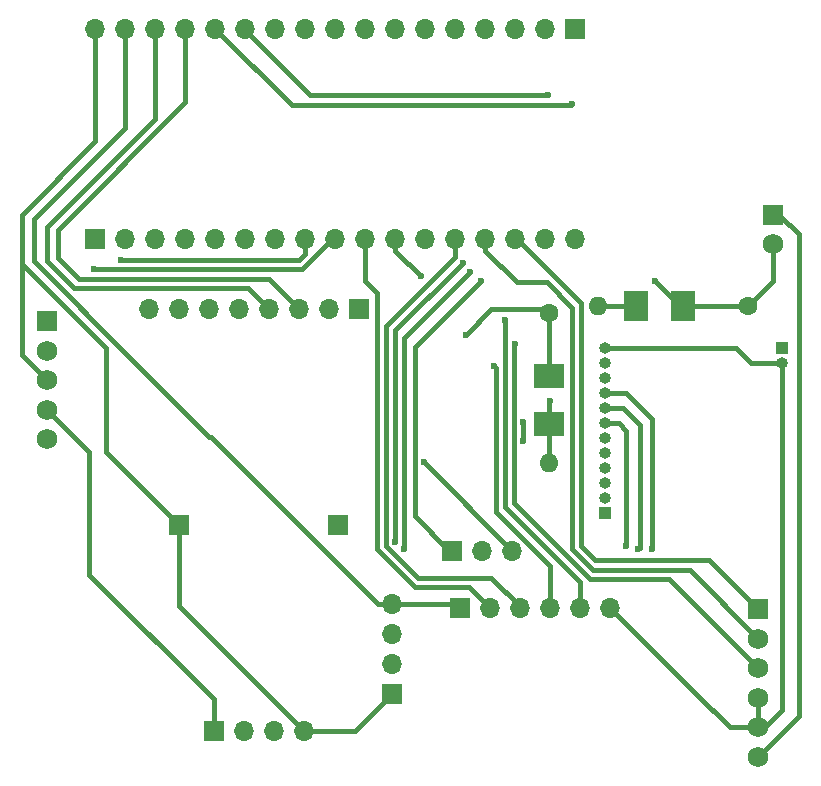
<source format=gbr>
G04 #@! TF.FileFunction,Copper,L1,Top,Signal*
%FSLAX46Y46*%
G04 Gerber Fmt 4.6, Leading zero omitted, Abs format (unit mm)*
G04 Created by KiCad (PCBNEW 4.0.7) date 08/16/18 23:45:15*
%MOMM*%
%LPD*%
G01*
G04 APERTURE LIST*
%ADD10C,0.100000*%
%ADD11R,1.700000X1.700000*%
%ADD12O,1.700000X1.700000*%
%ADD13R,1.000000X1.000000*%
%ADD14O,1.000000X1.000000*%
%ADD15R,1.750000X1.750000*%
%ADD16C,1.750000*%
%ADD17R,2.500000X2.000000*%
%ADD18R,2.000000X2.500000*%
%ADD19C,1.600000*%
%ADD20O,1.600000X1.600000*%
%ADD21C,0.600000*%
%ADD22C,0.400000*%
G04 APERTURE END LIST*
D10*
D11*
X102806500Y-85534500D03*
D12*
X100266500Y-85534500D03*
X97726500Y-85534500D03*
X95186500Y-85534500D03*
X92646500Y-85534500D03*
X90106500Y-85534500D03*
X87566500Y-85534500D03*
X85026500Y-85534500D03*
D13*
X138684000Y-88900000D03*
D14*
X138684000Y-90170000D03*
D13*
X123698000Y-102870000D03*
D14*
X123698000Y-101600000D03*
X123698000Y-100330000D03*
X123698000Y-99060000D03*
X123698000Y-97790000D03*
X123698000Y-96520000D03*
X123698000Y-95250000D03*
X123698000Y-93980000D03*
X123698000Y-92710000D03*
X123698000Y-91440000D03*
X123698000Y-90170000D03*
X123698000Y-88900000D03*
D11*
X121158000Y-61849000D03*
D12*
X118618000Y-61849000D03*
X116078000Y-61849000D03*
X113538000Y-61849000D03*
X110998000Y-61849000D03*
X108458000Y-61849000D03*
X105918000Y-61849000D03*
X103378000Y-61849000D03*
X100838000Y-61849000D03*
X98298000Y-61849000D03*
X95758000Y-61849000D03*
X93218000Y-61849000D03*
X90678000Y-61849000D03*
X88138000Y-61849000D03*
X85598000Y-61849000D03*
X83058000Y-61849000D03*
X80518000Y-61849000D03*
D11*
X101092000Y-103886000D03*
X87630000Y-103886000D03*
X90551000Y-121285000D03*
D12*
X93091000Y-121285000D03*
X95631000Y-121285000D03*
X98171000Y-121285000D03*
D11*
X80518000Y-79629000D03*
D12*
X83058000Y-79629000D03*
X85598000Y-79629000D03*
X88138000Y-79629000D03*
X90678000Y-79629000D03*
X93218000Y-79629000D03*
X95758000Y-79629000D03*
X98298000Y-79629000D03*
X100838000Y-79629000D03*
X103378000Y-79629000D03*
X105918000Y-79629000D03*
X108458000Y-79629000D03*
X110998000Y-79629000D03*
X113538000Y-79629000D03*
X116078000Y-79629000D03*
X118618000Y-79629000D03*
X121158000Y-79629000D03*
D11*
X110744000Y-106045000D03*
D12*
X113284000Y-106045000D03*
X115824000Y-106045000D03*
D11*
X105600500Y-118173500D03*
D12*
X105600500Y-115633500D03*
X105600500Y-113093500D03*
X105600500Y-110553500D03*
D11*
X111379000Y-110871000D03*
D12*
X113919000Y-110871000D03*
X116459000Y-110871000D03*
X118999000Y-110871000D03*
X121539000Y-110871000D03*
X124079000Y-110871000D03*
D15*
X76454000Y-86614000D03*
D16*
X76454000Y-89114000D03*
X76454000Y-91614000D03*
X76454000Y-94114000D03*
X76454000Y-96614000D03*
D15*
X137922000Y-77597000D03*
D16*
X137922000Y-80097000D03*
D17*
X118935500Y-91281500D03*
X118935500Y-95281500D03*
D18*
X130270000Y-85344000D03*
X126270000Y-85344000D03*
D19*
X118935500Y-85915500D03*
D20*
X118935500Y-98615500D03*
D19*
X135763000Y-85344000D03*
D20*
X123063000Y-85344000D03*
D15*
X136652000Y-110998000D03*
D16*
X136652000Y-113498000D03*
X136652000Y-115998000D03*
X136652000Y-118498000D03*
X136652000Y-120998000D03*
X136652000Y-123498000D03*
D21*
X108331000Y-98552000D03*
X118999000Y-93345000D03*
X120904000Y-68199000D03*
X118872000Y-67437000D03*
X116713000Y-95123000D03*
X116713000Y-96774000D03*
X127889000Y-83185000D03*
X113157000Y-83185000D03*
X105918000Y-105283000D03*
X111633000Y-81661000D03*
X106680000Y-105918000D03*
X112268000Y-82423000D03*
X82677000Y-81407000D03*
X80391000Y-82169000D03*
X127635000Y-105918000D03*
X108077000Y-82804000D03*
X114300000Y-90424000D03*
X126492000Y-105918000D03*
X115189000Y-86487000D03*
X125476000Y-105664000D03*
X111887000Y-87757000D03*
X116078000Y-88519000D03*
D22*
X115824000Y-106045000D02*
X108331000Y-98552000D01*
X83820000Y-90043000D02*
X90170000Y-96393000D01*
X104457500Y-110553500D02*
X105600500Y-110553500D01*
X90297000Y-96393000D02*
X104457500Y-110553500D01*
X90170000Y-96393000D02*
X90297000Y-96393000D01*
X83058000Y-61849000D02*
X83058000Y-70231000D01*
X75311000Y-81534000D02*
X83820000Y-90043000D01*
X75311000Y-77978000D02*
X75311000Y-81534000D01*
X83058000Y-70231000D02*
X75311000Y-77978000D01*
X105600500Y-110553500D02*
X111061500Y-110553500D01*
X111061500Y-110553500D02*
X111379000Y-110871000D01*
X105727500Y-110553500D02*
X105600500Y-110553500D01*
X118935500Y-93408500D02*
X118935500Y-95281500D01*
X118999000Y-93345000D02*
X118935500Y-93408500D01*
X123698000Y-88900000D02*
X134747000Y-88900000D01*
X136017000Y-90170000D02*
X138684000Y-90170000D01*
X134747000Y-88900000D02*
X136017000Y-90170000D01*
X118935500Y-98615500D02*
X118935500Y-95281500D01*
X136652000Y-120998000D02*
X137193000Y-120998000D01*
X137193000Y-120998000D02*
X138684000Y-119507000D01*
X138684000Y-119507000D02*
X138684000Y-90170000D01*
X98171000Y-121285000D02*
X102489000Y-121285000D01*
X102489000Y-121285000D02*
X105600500Y-118173500D01*
X136652000Y-118498000D02*
X136652000Y-120998000D01*
X136652000Y-120998000D02*
X134206000Y-120998000D01*
X134206000Y-120998000D02*
X131318000Y-118110000D01*
X131318000Y-118110000D02*
X124079000Y-110871000D01*
X87630000Y-103886000D02*
X87630000Y-110744000D01*
X87630000Y-110744000D02*
X98171000Y-121285000D01*
X74295000Y-81788000D02*
X81407000Y-88900000D01*
X81407000Y-88900000D02*
X81407000Y-97663000D01*
X81407000Y-97663000D02*
X87630000Y-103886000D01*
X80518000Y-61849000D02*
X80518000Y-71374000D01*
X74295000Y-89455000D02*
X76454000Y-91614000D01*
X74295000Y-77597000D02*
X74295000Y-81788000D01*
X74295000Y-81788000D02*
X74295000Y-89455000D01*
X80518000Y-71374000D02*
X74295000Y-77597000D01*
X88138000Y-61849000D02*
X88138000Y-68072000D01*
X95250000Y-83058000D02*
X97726500Y-85534500D01*
X79121000Y-83058000D02*
X95250000Y-83058000D01*
X77343000Y-81280000D02*
X79121000Y-83058000D01*
X77343000Y-78867000D02*
X77343000Y-81280000D01*
X88138000Y-68072000D02*
X77343000Y-78867000D01*
X85598000Y-61849000D02*
X85598000Y-69469000D01*
X93472000Y-83820000D02*
X95186500Y-85534500D01*
X78740000Y-83820000D02*
X93472000Y-83820000D01*
X76454000Y-81534000D02*
X78740000Y-83820000D01*
X76454000Y-78613000D02*
X76454000Y-81534000D01*
X85598000Y-69469000D02*
X76454000Y-78613000D01*
X120904000Y-68199000D02*
X120777000Y-68326000D01*
X120777000Y-68326000D02*
X97155000Y-68326000D01*
X97155000Y-68326000D02*
X90678000Y-61849000D01*
X98679000Y-67437000D02*
X93218000Y-61976000D01*
X118872000Y-67437000D02*
X98679000Y-67437000D01*
X93218000Y-61976000D02*
X93218000Y-61849000D01*
X116713000Y-96774000D02*
X116713000Y-95123000D01*
X110744000Y-106045000D02*
X110490000Y-106045000D01*
X110490000Y-106045000D02*
X107569000Y-103124000D01*
X127889000Y-83185000D02*
X130048000Y-85344000D01*
X107569000Y-88773000D02*
X113157000Y-83185000D01*
X107569000Y-103124000D02*
X107569000Y-88773000D01*
X130048000Y-85344000D02*
X130270000Y-85344000D01*
X135763000Y-85344000D02*
X130270000Y-85344000D01*
X110744000Y-106045000D02*
X110744000Y-105918000D01*
X137922000Y-80097000D02*
X137922000Y-83185000D01*
X137922000Y-83185000D02*
X135763000Y-85344000D01*
X90551000Y-121285000D02*
X90551000Y-118618000D01*
X80010000Y-97670000D02*
X76454000Y-94114000D01*
X80010000Y-108077000D02*
X80010000Y-97670000D01*
X90551000Y-118618000D02*
X80010000Y-108077000D01*
X105918000Y-87376000D02*
X105918000Y-105283000D01*
X111633000Y-81661000D02*
X105918000Y-87376000D01*
X106680000Y-88011000D02*
X106680000Y-105918000D01*
X112268000Y-82423000D02*
X106680000Y-88011000D01*
X98298000Y-79629000D02*
X98298000Y-80899000D01*
X97790000Y-81407000D02*
X82677000Y-81407000D01*
X98298000Y-80899000D02*
X97790000Y-81407000D01*
X98044000Y-82169000D02*
X80391000Y-82169000D01*
X100584000Y-79629000D02*
X98044000Y-82169000D01*
X100838000Y-79629000D02*
X100584000Y-79629000D01*
X103378000Y-79629000D02*
X103378000Y-83185000D01*
X112141000Y-109093000D02*
X113919000Y-110871000D01*
X107569000Y-109093000D02*
X112141000Y-109093000D01*
X104394000Y-105918000D02*
X107569000Y-109093000D01*
X104394000Y-84201000D02*
X104394000Y-105918000D01*
X103378000Y-83185000D02*
X104394000Y-84201000D01*
X123698000Y-92710000D02*
X125476000Y-92710000D01*
X127635000Y-94869000D02*
X127635000Y-105918000D01*
X125476000Y-92710000D02*
X127635000Y-94869000D01*
X118999000Y-110871000D02*
X118999000Y-107315000D01*
X105918000Y-80645000D02*
X105918000Y-79629000D01*
X108077000Y-82804000D02*
X105918000Y-80645000D01*
X114427000Y-90551000D02*
X114300000Y-90424000D01*
X114427000Y-102743000D02*
X114427000Y-90551000D01*
X118999000Y-107315000D02*
X114427000Y-102743000D01*
X125222000Y-93980000D02*
X123698000Y-93980000D01*
X126619000Y-95377000D02*
X125222000Y-93980000D01*
X126619000Y-105791000D02*
X126619000Y-95377000D01*
X126492000Y-105918000D02*
X126619000Y-105791000D01*
X121539000Y-110871000D02*
X121539000Y-108712000D01*
X115189000Y-102362000D02*
X115189000Y-86487000D01*
X121539000Y-108712000D02*
X115189000Y-102362000D01*
X123698000Y-95250000D02*
X124841000Y-95250000D01*
X125476000Y-95885000D02*
X125476000Y-105664000D01*
X124841000Y-95250000D02*
X125476000Y-95885000D01*
X116459000Y-110871000D02*
X116459000Y-110744000D01*
X116459000Y-110744000D02*
X114046000Y-108331000D01*
X114046000Y-108331000D02*
X107823000Y-108331000D01*
X107823000Y-108331000D02*
X105156000Y-105664000D01*
X105156000Y-105664000D02*
X105156000Y-86995000D01*
X105156000Y-86995000D02*
X110998000Y-81153000D01*
X110998000Y-81153000D02*
X110998000Y-79629000D01*
X116078000Y-79629000D02*
X116205000Y-79629000D01*
X116205000Y-79629000D02*
X121666000Y-85090000D01*
X121666000Y-85090000D02*
X121666000Y-105664000D01*
X121666000Y-105664000D02*
X122809000Y-106807000D01*
X122809000Y-106807000D02*
X132461000Y-106807000D01*
X132461000Y-106807000D02*
X136652000Y-110998000D01*
X118935500Y-85915500D02*
X118935500Y-91281500D01*
X123063000Y-85344000D02*
X126270000Y-85344000D01*
X114046000Y-85598000D02*
X118618000Y-85598000D01*
X111887000Y-87757000D02*
X114046000Y-85598000D01*
X118618000Y-85598000D02*
X118935500Y-85915500D01*
X119253000Y-85598000D02*
X118935500Y-85915500D01*
X129112000Y-108458000D02*
X136652000Y-115998000D01*
X122428000Y-108458000D02*
X129112000Y-108458000D01*
X115951000Y-101981000D02*
X122428000Y-108458000D01*
X115951000Y-88646000D02*
X115951000Y-101981000D01*
X116078000Y-88519000D02*
X115951000Y-88646000D01*
X113538000Y-79629000D02*
X113538000Y-80645000D01*
X130850000Y-107696000D02*
X136652000Y-113498000D01*
X122682000Y-107696000D02*
X130850000Y-107696000D01*
X120904000Y-105918000D02*
X122682000Y-107696000D01*
X120904000Y-85471000D02*
X120904000Y-105918000D01*
X118745000Y-83312000D02*
X120904000Y-85471000D01*
X116205000Y-83312000D02*
X118745000Y-83312000D01*
X113538000Y-80645000D02*
X116205000Y-83312000D01*
X137922000Y-77597000D02*
X138430000Y-77597000D01*
X138430000Y-77597000D02*
X140081000Y-79248000D01*
X140081000Y-79248000D02*
X140081000Y-120069000D01*
X140081000Y-120069000D02*
X136652000Y-123498000D01*
M02*

</source>
